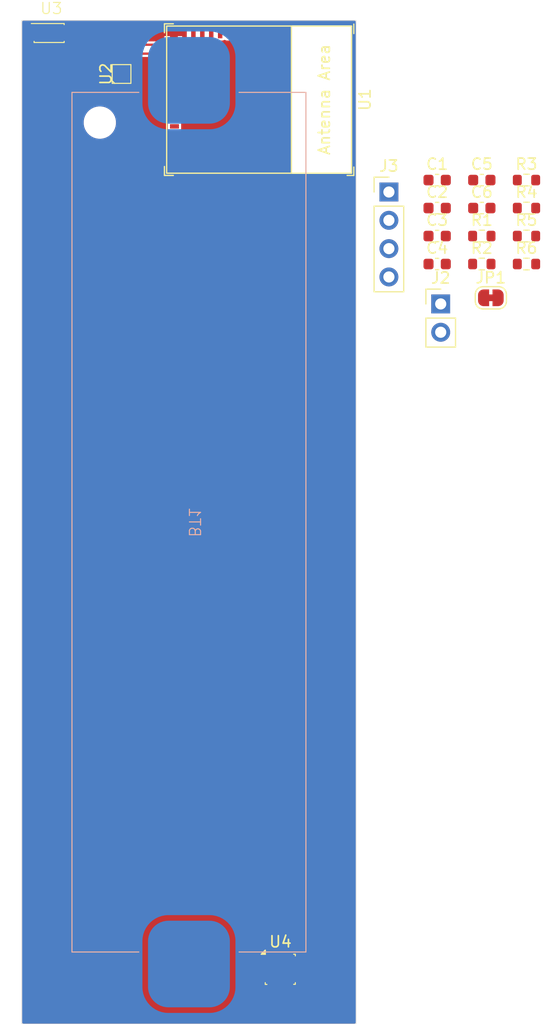
<source format=kicad_pcb>
(kicad_pcb (version 20240108) (generator "pcbnew") (generator_version "8.0")
  (layers (0 "F.Cu" signal) (31 "B.Cu" signal) (34 "B.Paste" user) (35 "F.Paste" user) (36 "B.SilkS" user "B.Silkscreen") (37 "F.SilkS" user "F.Silkscreen") (38 "B.Mask" user) (39 "F.Mask" user) (44 "Edge.Cuts" user))
  (net 0 "")
  (net 1 "EN")
  (net 2 "GND")
  (net 3 "+3V3")
  (net 4 "VDD")
  (net 5 "+5V")
  (net 6 "+BATT")
  (net 7 "NTC")
  (net 8 "RX")
  (net 9 "TX")
  (net 10 "IO8")
  (net 11 "IO2")
  (net 12 "Int")
  (net 20 "USB_D-")
  (net 27 "SDA")
  (net 29 "SCL")
  (net 33 "USB_D+")
  (footprint "Jumper:SolderJumper-2_P1.3mm_Bridged_RoundedPad1.0x1.5mm" (layer "F.Cu") (at 42.1 24.875)
    (property "Reference" "JP1" (at 0 -1.8 0) (layer "F.SilkS"))
    (property "Value" "NTC")
    (fp_poly (pts (xy 0.25 -0.3) (xy -0.25 -0.3) (xy -0.25 0.3) (xy 0.25 0.3)) (fill solid) (layer "F.Cu"))
    (fp_line (start -1.4 0.3) (end -1.4 -0.3) (stroke (width 0.12)) (layer "F.SilkS"))
    (fp_line (start -0.7 -1) (end 0.7 -1) (stroke (width 0.12)) (layer "F.SilkS"))
    (fp_line (start 0.7 1) (end -0.7 1) (stroke (width 0.12)) (layer "F.SilkS"))
    (fp_line (start 1.4 -0.3) (end 1.4 0.3) (stroke (width 0.12)) (layer "F.SilkS"))
    (fp_arc (start -1.4 -0.3) (mid -1.194975 -0.794975) (end -0.7 -1) (stroke (width 0.12)) (layer "F.SilkS"))
    (fp_arc (start -0.7 1) (mid -1.194975 0.794975) (end -1.4 0.3) (stroke (width 0.12)) (layer "F.SilkS"))
    (fp_arc (start 0.7 -1) (mid 1.194975 -0.794975) (end 1.4 -0.3) (stroke (width 0.12)) (layer "F.SilkS"))
    (fp_arc (start 1.4 0.3) (mid 1.194975 0.794975) (end 0.7 1) (stroke (width 0.12)) (layer "F.SilkS"))
    (pad "1" smd custom (at -0.65 0) (size 1 0.5) (layers "F.Cu" "F.Mask") (net 4 "VDD") (options (clearance outline) (anchor rect)) (primitives (gr_circle (center 0 0.25) (end 0.5 0.25) (width 0) (fill yes)) (gr_circle (center 0 -0.25) (end 0.5 -0.25) (width 0) (fill yes)) (gr_poly (pts (xy 0.5 0.75) (xy 0 0.75) (xy 0 -0.75) (xy 0.5 -0.75)) (width 0) (fill yes))))
    (pad "2" smd custom (at 0.65 0) (size 1 0.5) (layers "F.Cu" "F.Mask") (net 7 "NTC") (options (clearance outline) (anchor rect)) (primitives (gr_circle (center 0 0.25) (end 0.5 0.25) (width 0) (fill yes)) (gr_circle (center 0 -0.25) (end 0.5 -0.25) (width 0) (fill yes)) (gr_poly (pts (xy 0 0.75) (xy -0.5 0.75) (xy -0.5 -0.75) (xy 0 -0.75)) (width 0) (fill yes))))
  )
  (footprint "Resistor_SMD:R_0603_1608Metric" (layer "F.Cu") (at 41.29 19.335)
    (property "Reference" "R1" (at 0 -1.43 0) (layer "F.SilkS"))
    (property "Value" "10k")
    (fp_line (start -0.237258 -0.5225) (end 0.237258 -0.5225) (stroke (width 0.12)) (layer "F.SilkS"))
    (fp_line (start -0.237258 0.5225) (end 0.237258 0.5225) (stroke (width 0.12)) (layer "F.SilkS"))
    (pad "1" smd roundrect (at -0.825 0) (size 0.8 0.95) (layers "F.Cu" "F.Paste" "F.Mask") (net 10 "IO8"))
    (pad "2" smd roundrect (at 0.825 0) (size 0.8 0.95) (layers "F.Cu" "F.Paste" "F.Mask") (net 3 "+3V3"))
  )
  (footprint "Resistor_SMD:R_0603_1608Metric" (layer "F.Cu") (at 45.3 19.335)
    (property "Reference" "R5" (at 0 -1.43 0) (layer "F.SilkS"))
    (property "Value" "Rt2")
    (fp_line (start -0.237258 -0.5225) (end 0.237258 -0.5225) (stroke (width 0.12)) (layer "F.SilkS"))
    (fp_line (start -0.237258 0.5225) (end 0.237258 0.5225) (stroke (width 0.12)) (layer "F.SilkS"))
    (pad "1" smd roundrect (at -0.825 0) (size 0.8 0.95) (layers "F.Cu" "F.Paste" "F.Mask") (net 2 "GND"))
    (pad "2" smd roundrect (at 0.825 0) (size 0.8 0.95) (layers "F.Cu" "F.Paste" "F.Mask") (net 7 "NTC"))
  )
  (footprint "Capacitor_SMD:C_0603_1608Metric" (layer "F.Cu") (at 41.29 14.315)
    (property "Reference" "C5" (at 0 -1.43 0) (layer "F.SilkS"))
    (property "Value" "20u")
    (fp_line (start -0.14058 -0.51) (end 0.14058 -0.51) (stroke (width 0.12)) (layer "F.SilkS"))
    (fp_line (start -0.14058 0.51) (end 0.14058 0.51) (stroke (width 0.12)) (layer "F.SilkS"))
    (pad "1" smd roundrect (at -0.775 0) (size 0.9 0.95) (layers "F.Cu" "F.Paste" "F.Mask") (net 5 "+5V"))
    (pad "2" smd roundrect (at 0.775 0) (size 0.9 0.95) (layers "F.Cu" "F.Paste" "F.Mask") (net 2 "GND"))
  )
  (footprint "Connector_PinHeader_2.54mm:PinHeader_1x02_P2.54mm_Vertical" (layer "F.Cu") (at 37.6 25.425)
    (property "Reference" "J2" (at 0 -2.33 0) (layer "F.SilkS"))
    (property "Value" "Conn_01x02")
    (fp_line (start -1.33 -1.33) (end 0 -1.33) (stroke (width 0.12)) (layer "F.SilkS"))
    (fp_line (start -1.33 0) (end -1.33 -1.33) (stroke (width 0.12)) (layer "F.SilkS"))
    (fp_line (start -1.33 1.27) (end -1.33 3.87) (stroke (width 0.12)) (layer "F.SilkS"))
    (fp_line (start -1.33 1.27) (end 1.33 1.27) (stroke (width 0.12)) (layer "F.SilkS"))
    (fp_line (start -1.33 3.87) (end 1.33 3.87) (stroke (width 0.12)) (layer "F.SilkS"))
    (fp_line (start 1.33 1.27) (end 1.33 3.87) (stroke (width 0.12)) (layer "F.SilkS"))
    (pad "1" thru_hole rect (at 0 0) (size 1.7 1.7) (drill 1) (layers "*.Cu" "*.Mask") (net 2 "GND"))
    (pad "2" thru_hole oval (at 0 2.54) (size 1.7 1.7) (drill 1) (layers "*.Cu" "*.Mask") (net 7 "NTC"))
  )
  (footprint "Package_LGA:Bosch_LGA-8_2.5x2.5mm_P0.65mm_ClockwisePinNumbering" (layer "F.Cu") (at 23.2 85.1)
    (property "Reference" "U4" (at 0.015 -2.465 0) (layer "F.SilkS"))
    (property "Value" "BME280")
    (fp_line (start -1.35 1.35) (end -1.35 1.2) (stroke (width 0.1)) (layer "F.SilkS"))
    (fp_line (start -1.35 1.36) (end -1.2 1.36) (stroke (width 0.1)) (layer "F.SilkS"))
    (fp_line (start 1.2 -1.35) (end 1.35 -1.35) (stroke (width 0.1)) (layer "F.SilkS"))
    (fp_line (start 1.35 -1.35) (end 1.35 -1.2) (stroke (width 0.1)) (layer "F.SilkS"))
    (fp_line (start 1.35 1.35) (end 1.2 1.35) (stroke (width 0.1)) (layer "F.SilkS"))
    (fp_line (start 1.35 1.35) (end 1.35 1.2) (stroke (width 0.1)) (layer "F.SilkS"))
    (fp_poly (pts (xy -1.35 -1.35) (xy -1.71 -1.35) (xy -1.35 -1.71) (xy -1.35 -1.35)) (stroke (width 0.12)) (fill solid) (layer "F.SilkS"))
    (pad "1" smd rect (at -0.975 -1.025 90) (size 0.5 0.35) (layers "F.Cu" "F.Paste" "F.Mask") (net 2 "GND"))
    (pad "2" smd rect (at -0.325 -1.025 90) (size 0.5 0.35) (layers "F.Cu" "F.Paste" "F.Mask") (net 3 "+3V3"))
    (pad "3" smd rect (at 0.325 -1.025 90) (size 0.5 0.35) (layers "F.Cu" "F.Paste" "F.Mask") (net 27 "SDA"))
    (pad "4" smd rect (at 0.975 -1.025 90) (size 0.5 0.35) (layers "F.Cu" "F.Paste" "F.Mask") (net 29 "SCL"))
    (pad "5" smd rect (at 0.975 1.025 90) (size 0.5 0.35) (layers "F.Cu" "F.Paste" "F.Mask") (net 2 "GND"))
    (pad "6" smd rect (at 0.325 1.025 90) (size 0.5 0.35) (layers "F.Cu" "F.Paste" "F.Mask") (net 3 "+3V3"))
    (pad "7" smd rect (at -0.325 1.025 90) (size 0.5 0.35) (layers "F.Cu" "F.Paste" "F.Mask") (net 2 "GND"))
    (pad "8" smd rect (at -0.975 1.025 90) (size 0.5 0.35) (layers "F.Cu" "F.Paste" "F.Mask") (net 3 "+3V3"))
  )
  (footprint "Capacitor_SMD:C_0603_1608Metric" (layer "F.Cu") (at 37.28 14.315)
    (property "Reference" "C1" (at 0 -1.43 0) (layer "F.SilkS"))
    (property "Value" "0.1u")
    (fp_line (start -0.14058 -0.51) (end 0.14058 -0.51) (stroke (width 0.12)) (layer "F.SilkS"))
    (fp_line (start -0.14058 0.51) (end 0.14058 0.51) (stroke (width 0.12)) (layer "F.SilkS"))
    (pad "1" smd roundrect (at -0.775 0) (size 0.9 0.95) (layers "F.Cu" "F.Paste" "F.Mask") (net 1 "EN"))
    (pad "2" smd roundrect (at 0.775 0) (size 0.9 0.95) (layers "F.Cu" "F.Paste" "F.Mask") (net 2 "GND"))
  )
  (footprint "Capacitor_SMD:C_0603_1608Metric" (layer "F.Cu") (at 37.28 19.335)
    (property "Reference" "C3" (at 0 -1.43 0) (layer "F.SilkS"))
    (property "Value" "20u")
    (fp_line (start -0.14058 -0.51) (end 0.14058 -0.51) (stroke (width 0.12)) (layer "F.SilkS"))
    (fp_line (start -0.14058 0.51) (end 0.14058 0.51) (stroke (width 0.12)) (layer "F.SilkS"))
    (pad "1" smd roundrect (at -0.775 0) (size 0.9 0.95) (layers "F.Cu" "F.Paste" "F.Mask") (net 2 "GND"))
    (pad "2" smd roundrect (at 0.775 0) (size 0.9 0.95) (layers "F.Cu" "F.Paste" "F.Mask") (net 3 "+3V3"))
  )
  (footprint "Capacitor_SMD:C_0603_1608Metric" (layer "F.Cu") (at 37.28 16.825)
    (property "Reference" "C2" (at 0 -1.43 0) (layer "F.SilkS"))
    (property "Value" "20u")
    (fp_line (start -0.14058 -0.51) (end 0.14058 -0.51) (stroke (width 0.12)) (layer "F.SilkS"))
    (fp_line (start -0.14058 0.51) (end 0.14058 0.51) (stroke (width 0.12)) (layer "F.SilkS"))
    (pad "1" smd roundrect (at -0.775 0) (size 0.9 0.95) (layers "F.Cu" "F.Paste" "F.Mask") (net 2 "GND"))
    (pad "2" smd roundrect (at 0.775 0) (size 0.9 0.95) (layers "F.Cu" "F.Paste" "F.Mask") (net 3 "+3V3"))
  )
  (footprint "Resistor_SMD:R_0603_1608Metric" (layer "F.Cu") (at 41.29 21.845)
    (property "Reference" "R2" (at 0 -1.43 0) (layer "F.SilkS"))
    (property "Value" "10k")
    (fp_line (start -0.237258 -0.5225) (end 0.237258 -0.5225) (stroke (width 0.12)) (layer "F.SilkS"))
    (fp_line (start -0.237258 0.5225) (end 0.237258 0.5225) (stroke (width 0.12)) (layer "F.SilkS"))
    (pad "1" smd roundrect (at -0.825 0) (size 0.8 0.95) (layers "F.Cu" "F.Paste" "F.Mask") (net 11 "IO2"))
    (pad "2" smd roundrect (at 0.825 0) (size 0.8 0.95) (layers "F.Cu" "F.Paste" "F.Mask") (net 3 "+3V3"))
  )
  (footprint "Resistor_SMD:R_0603_1608Metric" (layer "F.Cu") (at 45.3 16.825)
    (property "Reference" "R4" (at 0 -1.43 0) (layer "F.SilkS"))
    (property "Value" "Rt1")
    (fp_line (start -0.237258 -0.5225) (end 0.237258 -0.5225) (stroke (width 0.12)) (layer "F.SilkS"))
    (fp_line (start -0.237258 0.5225) (end 0.237258 0.5225) (stroke (width 0.12)) (layer "F.SilkS"))
    (pad "1" smd roundrect (at -0.825 0) (size 0.8 0.95) (layers "F.Cu" "F.Paste" "F.Mask") (net 7 "NTC"))
    (pad "2" smd roundrect (at 0.825 0) (size 0.8 0.95) (layers "F.Cu" "F.Paste" "F.Mask") (net 4 "VDD"))
  )
  (footprint "Connector_PinHeader_2.54mm:PinHeader_1x04_P2.54mm_Vertical" (layer "F.Cu") (at 32.95 15.385)
    (property "Reference" "J3" (at 0 -2.33 0) (layer "F.SilkS"))
    (property "Value" "RG-9/11/15")
    (fp_line (start -1.33 -1.33) (end 0 -1.33) (stroke (width 0.12)) (layer "F.SilkS"))
    (fp_line (start -1.33 0) (end -1.33 -1.33) (stroke (width 0.12)) (layer "F.SilkS"))
    (fp_line (start -1.33 1.27) (end -1.33 8.95) (stroke (width 0.12)) (layer "F.SilkS"))
    (fp_line (start -1.33 1.27) (end 1.33 1.27) (stroke (width 0.12)) (layer "F.SilkS"))
    (fp_line (start -1.33 8.95) (end 1.33 8.95) (stroke (width 0.12)) (layer "F.SilkS"))
    (fp_line (start 1.33 1.27) (end 1.33 8.95) (stroke (width 0.12)) (layer "F.SilkS"))
    (pad "1" thru_hole rect (at 0 0) (size 1.7 1.7) (drill 1) (layers "*.Cu" "*.Mask") (net 2 "GND"))
    (pad "2" thru_hole oval (at 0 2.54) (size 1.7 1.7) (drill 1) (layers "*.Cu" "*.Mask") (net 8 "RX"))
    (pad "3" thru_hole oval (at 0 5.08) (size 1.7 1.7) (drill 1) (layers "*.Cu" "*.Mask") (net 9 "TX"))
    (pad "4" thru_hole oval (at 0 7.62) (size 1.7 1.7) (drill 1) (layers "*.Cu" "*.Mask") (net 5 "+5V"))
  )
  (footprint "Resistor_SMD:R_0603_1608Metric" (layer "F.Cu") (at 45.3 14.315)
    (property "Reference" "R3" (at 0 -1.43 0) (layer "F.SilkS"))
    (property "Value" "10k")
    (fp_line (start -0.237258 -0.5225) (end 0.237258 -0.5225) (stroke (width 0.12)) (layer "F.SilkS"))
    (fp_line (start -0.237258 0.5225) (end 0.237258 0.5225) (stroke (width 0.12)) (layer "F.SilkS"))
    (pad "1" smd roundrect (at -0.825 0) (size 0.8 0.95) (layers "F.Cu" "F.Paste" "F.Mask") (net 1 "EN"))
    (pad "2" smd roundrect (at 0.825 0) (size 0.8 0.95) (layers "F.Cu" "F.Paste" "F.Mask") (net 3 "+3V3"))
  )
  (footprint "Capacitor_SMD:C_0603_1608Metric" (layer "F.Cu") (at 41.29 16.825)
    (property "Reference" "C6" (at 0 -1.43 0) (layer "F.SilkS"))
    (property "Value" "20u")
    (fp_line (start -0.14058 -0.51) (end 0.14058 -0.51) (stroke (width 0.12)) (layer "F.SilkS"))
    (fp_line (start -0.14058 0.51) (end 0.14058 0.51) (stroke (width 0.12)) (layer "F.SilkS"))
    (pad "1" smd roundrect (at -0.775 0) (size 0.9 0.95) (layers "F.Cu" "F.Paste" "F.Mask") (net 6 "+BATT"))
    (pad "2" smd roundrect (at 0.775 0) (size 0.9 0.95) (layers "F.Cu" "F.Paste" "F.Mask") (net 2 "GND"))
  )
  (footprint "Resistor_SMD:R_0603_1608Metric" (layer "F.Cu") (at 45.3 21.845)
    (property "Reference" "R6" (at 0 -1.43 0) (layer "F.SilkS"))
    (property "Value" "10k")
    (fp_line (start -0.237258 -0.5225) (end 0.237258 -0.5225) (stroke (width 0.12)) (layer "F.SilkS"))
    (fp_line (start -0.237258 0.5225) (end 0.237258 0.5225) (stroke (width 0.12)) (layer "F.SilkS"))
    (pad "1" smd roundrect (at -0.825 0) (size 0.8 0.95) (layers "F.Cu" "F.Paste" "F.Mask") (net 4 "VDD"))
    (pad "2" smd roundrect (at 0.825 0) (size 0.8 0.95) (layers "F.Cu" "F.Paste" "F.Mask") (net 12 "Int"))
  )
  (footprint "sensors:WSOF6" (layer "F.Cu") (at 2.45 1.125)
    (property "Reference" "U3" (at 0.2 -2.2 0) (layer "F.SilkS") (effects (font (thickness 0.1))))
    (property "Value" "BH1730FVC")
    (fp_line (start -1.6 -0.85) (end 1.35 -0.85) (stroke (width 0.1)) (layer "F.SilkS"))
    (fp_line (start -1.35 0.75) (end -1.35 0.85) (stroke (width 0.1)) (layer "F.SilkS"))
    (fp_line (start -1.35 0.85) (end 1.35 0.85) (stroke (width 0.1)) (layer "F.SilkS"))
    (fp_line (start 1.35 -0.85) (end 1.35 -0.75) (stroke (width 0.1)) (layer "F.SilkS"))
    (fp_line (start 1.35 0.75) (end 1.35 0.85) (stroke (width 0.1)) (layer "F.SilkS"))
    (pad "1" smd rect (at -1.375 -0.5) (size 0.55 0.25) (layers "F.Cu" "F.Paste" "F.Mask") (net 3 "+3V3"))
    (pad "2" smd rect (at -1.375 0) (size 0.55 0.25) (layers "F.Cu" "F.Paste" "F.Mask") (net 2 "GND"))
    (pad "3" smd rect (at -1.375 0.5) (size 0.55 0.25) (layers "F.Cu" "F.Paste" "F.Mask") (net 2 "GND"))
    (pad "4" smd rect (at 1.375 0.5) (size 0.55 0.25) (layers "F.Cu" "F.Paste" "F.Mask") (net 27 "SDA"))
    (pad "5" smd rect (at 1.375 0) (size 0.55 0.25) (layers "F.Cu" "F.Paste" "F.Mask") (net 3 "+3V3"))
    (pad "6" smd rect (at 1.375 -0.5) (size 0.55 0.25) (layers "F.Cu" "F.Paste" "F.Mask") (net 29 "SCL"))
  )
  (footprint "PCM_Espressif:ESP32-C3-MINI-1" (layer "F.Cu") (at 21.3 7.1 -90)
    (property "Reference" "U1" (at 0 -9.5 90) (layer "F.SilkS"))
    (property "Value" "ESP32-C3-MINI-1")
    (fp_line (start -6.8 8.5) (end -6 8.5) (stroke (width 0.12)) (layer "F.SilkS"))
    (fp_line (start 6.8 8.5) (end 6 8.5) (stroke (width 0.12)) (layer "F.SilkS"))
    (fp_line (start -6.6 8.3) (end -6.6 -8.3) (stroke (width 0.12)) (layer "F.SilkS"))
    (fp_line (start 6.6 8.3) (end -6.6 8.3) (stroke (width 0.12)) (layer "F.SilkS"))
    (fp_line (start -6.8 7.7) (end -6.8 8.5) (stroke (width 0.12)) (layer "F.SilkS"))
    (fp_line (start 6.8 7.7) (end 6.8 8.5) (stroke (width 0.12)) (layer "F.SilkS"))
    (fp_line (start -6.6 -2.9) (end 6.6 -2.9) (stroke (width 0.12)) (layer "F.SilkS"))
    (fp_line (start -6.6 -8.3) (end 6.6 -8.3) (stroke (width 0.12)) (layer "F.SilkS"))
    (fp_line (start 6.6 -8.3) (end 6.6 8.3) (stroke (width 0.12)) (layer "F.SilkS"))
    (fp_line (start -5.925 -8.5) (end -6.775 -8.5) (stroke (width 0.12)) (layer "F.SilkS"))
    (fp_line (start 6.05 -8.5) (end 6.8 -8.5) (stroke (width 0.12)) (layer "F.SilkS"))
    (fp_line (start 6.8 -8.5) (end 6.8 -7.9) (stroke (width 0.12)) (layer "F.SilkS"))
    (fp_text user "Antenna Area" (at 0 -5.85 90) (layer "F.SilkS"))
    (pad "1" smd rect (at -5.9 -1.3) (size 0.4 0.8) (layers "F.Cu" "F.Paste" "F.Mask") (net 2 "GND"))
    (pad "2" smd rect (at -5.9 -0.5) (size 0.4 0.8) (layers "F.Cu" "F.Paste" "F.Mask") (net 2 "GND"))
    (pad "3" smd rect (at -5.9 0.3) (size 0.4 0.8) (layers "F.Cu" "F.Paste" "F.Mask") (net 3 "+3V3"))
    (pad "4" smd rect (at -5.9 1.1) (size 0.4 0.8) (layers "F.Cu" "F.Paste" "F.Mask"))
    (pad "5" smd rect (at -5.9 1.9) (size 0.4 0.8) (layers "F.Cu" "F.Paste" "F.Mask") (net 11 "IO2"))
    (pad "6" smd rect (at -5.9 2.7) (size 0.4 0.8) (layers "F.Cu" "F.Paste" "F.Mask"))
    (pad "7" smd rect (at -5.9 3.5) (size 0.4 0.8) (layers "F.Cu" "F.Paste" "F.Mask"))
    (pad "8" smd rect (at -5.9 4.3) (size 0.4 0.8) (layers "F.Cu" "F.Paste" "F.Mask") (net 1 "EN"))
    (pad "9" smd rect (at -5.9 5.1) (size 0.4 0.8) (layers "F.Cu" "F.Paste" "F.Mask"))
    (pad "10" smd rect (at -5.9 5.9) (size 0.4 0.8) (layers "F.Cu" "F.Paste" "F.Mask"))
    (pad "11" smd rect (at -5.9 6.7) (size 0.4 0.8) (layers "F.Cu" "F.Paste" "F.Mask") (net 2 "GND"))
    (pad "12" smd rect (at -4.8 7.6 270) (size 0.4 0.8) (layers "F.Cu" "F.Paste" "F.Mask") (net 29 "SCL"))
    (pad "13" smd rect (at -4 7.6 270) (size 0.4 0.8) (layers "F.Cu" "F.Paste" "F.Mask") (net 27 "SDA"))
    (pad "14" smd rect (at -3.2 7.6 270) (size 0.4 0.8) (layers "F.Cu" "F.Paste" "F.Mask") (net 2 "GND"))
    (pad "15" smd rect (at -2.4 7.6 270) (size 0.4 0.8) (layers "F.Cu" "F.Paste" "F.Mask"))
    (pad "16" smd rect (at -1.6 7.6 270) (size 0.4 0.8) (layers "F.Cu" "F.Paste" "F.Mask"))
    (pad "17" smd rect (at -0.8 7.6 270) (size 0.4 0.8) (layers "F.Cu" "F.Paste" "F.Mask"))
    (pad "18" smd rect (at 0 7.6 270) (size 0.4 0.8) (layers "F.Cu" "F.Paste" "F.Mask"))
    (pad "19" smd rect (at 0.8 7.6 270) (size 0.4 0.8) (layers "F.Cu" "F.Paste" "F.Mask"))
    (pad "20" smd rect (at 1.6 7.6 270) (size 0.4 0.8) (layers "F.Cu" "F.Paste" "F.Mask"))
    (pad "21" smd rect (at 2.4 7.6 270) (size 0.4 0.8) (layers "F.Cu" "F.Paste" "F.Mask"))
    (pad "22" smd rect (at 3.2 7.6 270) (size 0.4 0.8) (layers "F.Cu" "F.Paste" "F.Mask") (net 10 "IO8"))
    (pad "23" smd rect (at 4 7.6 270) (size 0.4 0.8) (layers "F.Cu" "F.Paste" "F.Mask"))
    (pad "24" smd rect (at 4.8 7.6 270) (size 0.4 0.8) (layers "F.Cu" "F.Paste" "F.Mask"))
    (pad "25" smd rect (at 5.9 6.7) (size 0.4 0.8) (layers "F.Cu" "F.Paste" "F.Mask"))
    (pad "26" smd rect (at 5.9 5.9) (size 0.4 0.8) (layers "F.Cu" "F.Paste" "F.Mask") (net 20 "USB_D-"))
    (pad "27" smd rect (at 5.9 5.1) (size 0.4 0.8) (layers "F.Cu" "F.Paste" "F.Mask") (net 33 "USB_D+"))
    (pad "28" smd rect (at 5.9 4.3) (size 0.4 0.8) (layers "F.Cu" "F.Paste" "F.Mask"))
    (pad "29" smd rect (at 5.9 3.5) (size 0.4 0.8) (layers "F.Cu" "F.Paste" "F.Mask"))
    (pad "30" smd rect (at 5.9 2.7) (size 0.4 0.8) (layers "F.Cu" "F.Paste" "F.Mask") (net 8 "RX"))
    (pad "31" smd rect (at 5.9 1.9) (size 0.4 0.8) (layers "F.Cu" "F.Paste" "F.Mask") (net 9 "TX"))
    (pad "32" smd rect (at 5.9 1.1) (size 0.4 0.8) (layers "F.Cu" "F.Paste" "F.Mask"))
    (pad "33" smd rect (at 5.9 0.3) (size 0.4 0.8) (layers "F.Cu" "F.Paste" "F.Mask"))
    (pad "34" smd rect (at 5.9 -0.5) (size 0.4 0.8) (layers "F.Cu" "F.Paste" "F.Mask"))
    (pad "35" smd rect (at 5.9 -1.3) (size 0.4 0.8) (layers "F.Cu" "F.Paste" "F.Mask"))
    (pad "36" smd rect (at 4.8 -2.2 270) (size 0.4 0.8) (layers "F.Cu" "F.Paste" "F.Mask") (net 2 "GND"))
    (pad "37" smd rect (at 4 -2.2 270) (size 0.4 0.8) (layers "F.Cu" "F.Paste" "F.Mask") (net 2 "GND"))
    (pad "38" smd rect (at 3.2 -2.2 270) (size 0.4 0.8) (layers "F.Cu" "F.Paste" "F.Mask") (net 2 "GND"))
    (pad "39" smd rect (at 2.4 -2.2 270) (size 0.4 0.8) (layers "F.Cu" "F.Paste" "F.Mask") (net 2 "GND"))
    (pad "40" smd rect (at 1.6 -2.2 270) (size 0.4 0.8) (layers "F.Cu" "F.Paste" "F.Mask") (net 2 "GND"))
    (pad "41" smd rect (at 0.8 -2.2 270) (size 0.4 0.8) (layers "F.Cu" "F.Paste" "F.Mask") (net 2 "GND"))
    (pad "42" smd rect (at 0 -2.2 270) (size 0.4 0.8) (layers "F.Cu" "F.Paste" "F.Mask") (net 2 "GND"))
    (pad "43" smd rect (at -0.8 -2.2 270) (size 0.4 0.8) (layers "F.Cu" "F.Paste" "F.Mask") (net 2 "GND"))
    (pad "44" smd rect (at -1.6 -2.2 270) (size 0.4 0.8) (layers "F.Cu" "F.Paste" "F.Mask") (net 2 "GND"))
    (pad "45" smd rect (at -2.4 -2.2 270) (size 0.4 0.8) (layers "F.Cu" "F.Paste" "F.Mask") (net 2 "GND"))
    (pad "46" smd rect (at -3.2 -2.2 270) (size 0.4 0.8) (layers "F.Cu" "F.Paste" "F.Mask") (net 2 "GND"))
    (pad "47" smd rect (at -4 -2.2 270) (size 0.4 0.8) (layers "F.Cu" "F.Paste" "F.Mask") (net 2 "GND"))
    (pad "48" smd rect (at -4.8 -2.2 270) (size 0.4 0.8) (layers "F.Cu" "F.Paste" "F.Mask") (net 2 "GND"))
    (pad "49" smd custom (at -1.975 0.725 270) (size 0.8 0.8) (layers "F.Cu" "F.Paste" "F.Mask") (net 2 "GND") (options (clearance outline) (anchor rect)) (primitives (gr_poly (pts (xy 0.725 0.725) (xy -0.725 0.725) (xy -0.725 -0.125) (xy -0.125 -0.725) (xy 0.725 -0.725)) (width 0) (fill yes))))
    (pad "49" smd rect (at -1.975 2.7) (size 1.45 1.45) (layers "F.Cu" "F.Paste" "F.Mask") (net 2 "GND"))
    (pad "49" smd rect (at -1.975 4.675) (size 1.45 1.45) (layers "F.Cu" "F.Paste" "F.Mask") (net 2 "GND"))
    (pad "49" smd rect (at 0 0.725) (size 1.45 1.45) (layers "F.Cu" "F.Paste" "F.Mask") (net 2 "GND"))
    (pad "49" smd rect (at 0 2.7) (size 1.45 1.45) (layers "F.Cu" "F.Paste" "F.Mask") (net 2 "GND"))
    (pad "49" smd rect (at 0 4.675) (size 1.45 1.45) (layers "F.Cu" "F.Paste" "F.Mask") (net 2 "GND"))
    (pad "49" smd rect (at 1.975 0.725) (size 1.45 1.45) (layers "F.Cu" "F.Paste" "F.Mask") (net 2 "GND"))
    (pad "49" smd rect (at 1.975 2.7) (size 1.45 1.45) (layers "F.Cu" "F.Paste" "F.Mask") (net 2 "GND"))
    (pad "49" smd rect (at 1.975 4.675) (size 1.45 1.45) (layers "F.Cu" "F.Paste" "F.Mask") (net 2 "GND"))
    (pad "50" smd rect (at 5.95 -2.25) (size 0.7 0.7) (layers "F.Cu" "F.Paste" "F.Mask") (net 2 "GND"))
    (pad "51" smd rect (at 5.95 7.65) (size 0.7 0.7) (layers "F.Cu" "F.Paste" "F.Mask") (net 2 "GND"))
    (pad "52" smd rect (at -5.95 7.65) (size 0.7 0.7) (layers "F.Cu" "F.Paste" "F.Mask") (net 2 "GND"))
    (pad "53" smd rect (at -5.95 -2.25) (size 0.7 0.7) (layers "F.Cu" "F.Paste" "F.Mask") (net 2 "GND"))
    (zone (net 0) (net_name "") (layers "*.Cu") (name "antenna keepout") (connect_pads (clearance 0)) (min_thickness 0.254)
      (keepout (tracks not_allowed) (vias not_allowed) (pads not_allowed) (copperpour not_allowed) (footprints not_allowed))
      (fill (thermal_gap 0.508) (thermal_bridge_width 0.508))
      (polygon (pts (xy 24.2 13.7) (xy 24.2 0.5) (xy 29.6 0.5) (xy 29.6 13.7)))
    )
  )
  (footprint "wirmo_power:AW32001ECSR" (layer "F.Cu") (at 8.95 4.8 90)
    (property "Reference" "U2" (at 0 -1.4 90) (layer "F.SilkS"))
    (property "Value" "AW32001ECSR")
    (fp_line (start 0.84 -0.84) (end 0.84 0.84) (stroke (width 0.1)) (layer "F.SilkS"))
    (fp_line (start -0.84 -0.84) (end 0.84 -0.84) (stroke (width 0.1)) (layer "F.SilkS"))
    (fp_line (start -0.85 -0.6) (end -0.6 -0.85) (stroke (width 0.1)) (layer "F.SilkS"))
    (fp_line (start 0.84 0.84) (end -0.84 0.84) (stroke (width 0.1)) (layer "F.SilkS"))
    (fp_line (start -0.84 0.84) (end -0.84 -0.84) (stroke (width 0.1)) (layer "F.SilkS"))
    (pad "A1" smd circle (at -0.5 -0.5 90) (size 0.26 0.26) (layers "F.Cu" "F.Paste" "F.Mask") (net 5 "+5V"))
    (pad "A2" smd circle (at 0 -0.5 90) (size 0.26 0.26) (layers "F.Cu" "F.Paste" "F.Mask"))
    (pad "A3" smd circle (at 0.5 -0.5 90) (size 0.26 0.26) (layers "F.Cu" "F.Paste" "F.Mask") (net 6 "+BATT"))
    (pad "B1" smd circle (at -0.5 0 90) (size 0.26 0.26) (layers "F.Cu" "F.Paste" "F.Mask") (net 7 "NTC"))
    (pad "B2" smd circle (at 0 0 90) (size 0.26 0.26) (layers "F.Cu" "F.Paste" "F.Mask") (net 12 "Int"))
    (pad "B3" smd circle (at 0.5 0 90) (size 0.26 0.26) (layers "F.Cu" "F.Paste" "F.Mask") (net 4 "VDD"))
    (pad "C1" smd circle (at -0.5 0.5 90) (size 0.26 0.26) (layers "F.Cu" "F.Paste" "F.Mask") (net 27 "SDA"))
    (pad "C2" smd circle (at 0 0.5 90) (size 0.26 0.26) (layers "F.Cu" "F.Paste" "F.Mask") (net 29 "SCL"))
    (pad "C3" smd circle (at 0.5 0.5 90) (size 0.26 0.26) (layers "F.Cu" "F.Paste" "F.Mask") (net 2 "GND"))
  )
  (footprint "Capacitor_SMD:C_0603_1608Metric" (layer "F.Cu") (at 37.28 21.845)
    (property "Reference" "C4" (at 0 -1.43 0) (layer "F.SilkS"))
    (property "Value" "20u")
    (fp_line (start -0.14058 -0.51) (end 0.14058 -0.51) (stroke (width 0.12)) (layer "F.SilkS"))
    (fp_line (start -0.14058 0.51) (end 0.14058 0.51) (stroke (width 0.12)) (layer "F.SilkS"))
    (pad "1" smd roundrect (at -0.775 0) (size 0.9 0.95) (layers "F.Cu" "F.Paste" "F.Mask") (net 4 "VDD"))
    (pad "2" smd roundrect (at 0.775 0) (size 0.9 0.95) (layers "F.Cu" "F.Paste" "F.Mask") (net 2 "GND"))
  )
  (footprint "wirmo_power:BH-18650-B1BA002" (layer "B.Cu") (at 15 45 90)
    (property "Reference" "BT1" (at 0 0.5 -90) (layer "B.SilkS") (effects (font (thickness 0.1)) (justify mirror)))
    (property "Value" "Battery_Cell")
    (fp_line (start 38.55 -10.5) (end -38.55 -10.5) (stroke (width 0.1)) (layer "B.SilkS"))
    (fp_line (start 38.55 -10.5) (end 38.55 -4.5) (stroke (width 0.1)) (layer "B.SilkS"))
    (fp_line (start -38.55 -10.5) (end -38.55 -4.5) (stroke (width 0.1)) (layer "B.SilkS"))
    (fp_line (start 38.55 4.5) (end 38.55 10.5) (stroke (width 0.1)) (layer "B.SilkS"))
    (fp_line (start -38.55 4.5) (end -38.55 10.5) (stroke (width 0.1)) (layer "B.SilkS"))
    (fp_line (start 38.55 10.5) (end -38.55 10.5) (stroke (width 0.1)) (layer "B.SilkS"))
    (pad "" np_thru_hole circle (at 35.84 -8 90) (size 2.4 2.4) (drill 2.4) (layers "F&B.Cu" "*.Mask"))
    (pad "1" smd roundrect (at 39.63 0 90) (size 7.77 7.35) (layers "B.Cu" "B.Paste" "B.Mask") (net 6 "+BATT"))
    (pad "2" smd roundrect (at -39.63 0 90) (size 7.77 7.35) (layers "B.Cu" "B.Paste" "B.Mask") (net 2 "GND"))
  )
  (gr_line (start 0 90) (end 0 0) (stroke (width 0.05)) (layer "Edge.Cuts"))
  (gr_line (start 30 90) (end 0 90) (stroke (width 0.05)) (layer "Edge.Cuts"))
  (gr_line (start 30 0) (end 30 90) (stroke (width 0.05)) (layer "Edge.Cuts"))
  (gr_line (start 0 0) (end 30 0) (stroke (width 0.05)) (layer "Edge.Cuts"))
  (segment (start 1.075 2.2) (end 0.875 2.4) (width 0.2) (layer "F.Cu") (net 2))
  (segment (start 1.075 1.125) (end 1.075 1.625) (width 0.2) (layer "F.Cu") (net 2))
  (segment (start 1.075 1.625) (end 1.075 2.2) (width 0.2) (layer "F.Cu") (net 2))
  (segment (start 2.825 0.625) (end 3.325 1.125) (width 0.2) (layer "F.Cu") (net 3))
  (segment (start 3.325 1.125) (end 3.825 1.125) (width 0.2) (layer "F.Cu") (net 3))
  (segment (start 1.075 0.625) (end 2.825 0.625) (width 0.2) (layer "F.Cu") (net 3))
  (segment (start 5.175 2.975) (end 13.7 2.975) (width 0.2) (layer "F.Cu") (net 27))
  (segment (start 3.825 1.625) (end 5.175 2.975) (width 0.2) (layer "F.Cu") (net 27))
  (segment (start 4.325 0.625) (end 5.875 2.175) (width 0.2) (layer "F.Cu") (net 29))
  (segment (start 3.825 0.625) (end 4.325 0.625) (width 0.2) (layer "F.Cu") (net 29))
  (segment (start 5.875 2.175) (end 13.7 2.175) (width 0.2) (layer "F.Cu") (net 29))
  (zone (net 2) (net_name "GND") (layer "F.Cu") (connect_pads (clearance 0.2)) (min_thickness 0.254) (fill yes (thermal_gap 0.508) (thermal_bridge_width 0.508))
    (polygon (pts (xy 0 0) (xy 30 0) (xy 30 90) (xy 0 90)))
  )
  (zone (net 3) (net_name "+3V3") (layer "B.Cu") (connect_pads (clearance 0.5)) (min_thickness 0.25) (fill yes (thermal_gap 0.5) (thermal_bridge_width 0.5))
    (polygon (pts (xy 0 0) (xy 30 0) (xy 30 90) (xy 0 90)))
  )
)
</source>
